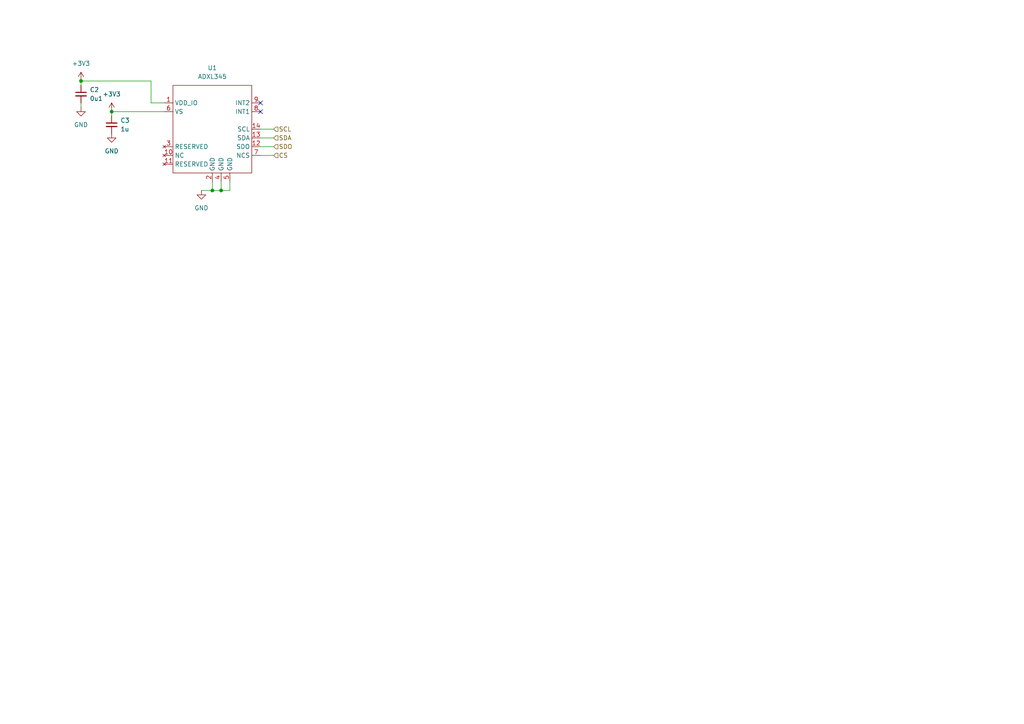
<source format=kicad_sch>
(kicad_sch (version 20211123) (generator eeschema)

  (uuid cac08d6a-23b3-472f-b37a-095d745eab39)

  (paper "A4")

  (lib_symbols
    (symbol "+3V3_1" (power) (pin_names (offset 0)) (in_bom yes) (on_board yes)
      (property "Reference" "#PWR" (id 0) (at 0 -3.81 0)
        (effects (font (size 1.27 1.27)) hide)
      )
      (property "Value" "+3V3_1" (id 1) (at 0 3.556 0)
        (effects (font (size 1.27 1.27)))
      )
      (property "Footprint" "" (id 2) (at 0 0 0)
        (effects (font (size 1.27 1.27)) hide)
      )
      (property "Datasheet" "" (id 3) (at 0 0 0)
        (effects (font (size 1.27 1.27)) hide)
      )
      (property "ki_keywords" "global power" (id 4) (at 0 0 0)
        (effects (font (size 1.27 1.27)) hide)
      )
      (property "ki_description" "Power symbol creates a global label with name \"+3V3\"" (id 5) (at 0 0 0)
        (effects (font (size 1.27 1.27)) hide)
      )
      (symbol "+3V3_1_0_1"
        (polyline
          (pts
            (xy -0.762 1.27)
            (xy 0 2.54)
          )
          (stroke (width 0) (type default) (color 0 0 0 0))
          (fill (type none))
        )
        (polyline
          (pts
            (xy 0 0)
            (xy 0 2.54)
          )
          (stroke (width 0) (type default) (color 0 0 0 0))
          (fill (type none))
        )
        (polyline
          (pts
            (xy 0 2.54)
            (xy 0.762 1.27)
          )
          (stroke (width 0) (type default) (color 0 0 0 0))
          (fill (type none))
        )
      )
      (symbol "+3V3_1_1_1"
        (pin power_in line (at 0 0 90) (length 0) hide
          (name "+3V3" (effects (font (size 1.27 1.27))))
          (number "1" (effects (font (size 1.27 1.27))))
        )
      )
    )
    (symbol "Custom:ADXL345" (in_bom yes) (on_board yes)
      (property "Reference" "U" (id 0) (at 0 0 0)
        (effects (font (size 1.27 1.27)))
      )
      (property "Value" "ADXL345" (id 1) (at 0 -2.54 0)
        (effects (font (size 1.27 1.27)))
      )
      (property "Footprint" "Package_LGA:LGA-14_3x5mm_P0.8mm_LayoutBorder1x6y" (id 2) (at 0 0 0)
        (effects (font (size 1.27 1.27)) hide)
      )
      (property "Datasheet" "" (id 3) (at 0 0 0)
        (effects (font (size 1.27 1.27)) hide)
      )
      (symbol "ADXL345_0_1"
        (rectangle (start -11.43 -3.81) (end 11.43 -29.21)
          (stroke (width 0) (type default) (color 0 0 0 0))
          (fill (type none))
        )
      )
      (symbol "ADXL345_1_1"
        (pin power_in line (at -13.97 -8.89 0) (length 2.54)
          (name "VDD_IO" (effects (font (size 1.27 1.27))))
          (number "1" (effects (font (size 1.27 1.27))))
        )
        (pin no_connect line (at -13.97 -24.13 0) (length 2.54)
          (name "NC" (effects (font (size 1.27 1.27))))
          (number "10" (effects (font (size 1.27 1.27))))
        )
        (pin no_connect line (at -13.97 -26.67 0) (length 2.54)
          (name "RESERVED" (effects (font (size 1.27 1.27))))
          (number "11" (effects (font (size 1.27 1.27))))
        )
        (pin output line (at 13.97 -21.59 180) (length 2.54)
          (name "SDO" (effects (font (size 1.27 1.27))))
          (number "12" (effects (font (size 1.27 1.27))))
        )
        (pin bidirectional line (at 13.97 -19.05 180) (length 2.54)
          (name "SDA" (effects (font (size 1.27 1.27))))
          (number "13" (effects (font (size 1.27 1.27))))
        )
        (pin bidirectional line (at 13.97 -16.51 180) (length 2.54)
          (name "SCL" (effects (font (size 1.27 1.27))))
          (number "14" (effects (font (size 1.27 1.27))))
        )
        (pin power_in line (at 0 -31.75 90) (length 2.54)
          (name "GND" (effects (font (size 1.27 1.27))))
          (number "2" (effects (font (size 1.27 1.27))))
        )
        (pin no_connect line (at -13.97 -21.59 0) (length 2.54)
          (name "RESERVED" (effects (font (size 1.27 1.27))))
          (number "3" (effects (font (size 1.27 1.27))))
        )
        (pin power_in line (at 2.54 -31.75 90) (length 2.54)
          (name "GND" (effects (font (size 1.27 1.27))))
          (number "4" (effects (font (size 1.27 1.27))))
        )
        (pin power_in line (at 5.08 -31.75 90) (length 2.54)
          (name "GND" (effects (font (size 1.27 1.27))))
          (number "5" (effects (font (size 1.27 1.27))))
        )
        (pin power_in line (at -13.97 -11.43 0) (length 2.54)
          (name "VS" (effects (font (size 1.27 1.27))))
          (number "6" (effects (font (size 1.27 1.27))))
        )
        (pin input line (at 13.97 -24.13 180) (length 2.54)
          (name "NCS" (effects (font (size 1.27 1.27))))
          (number "7" (effects (font (size 1.27 1.27))))
        )
        (pin output line (at 13.97 -11.43 180) (length 2.54)
          (name "INT1" (effects (font (size 1.27 1.27))))
          (number "8" (effects (font (size 1.27 1.27))))
        )
        (pin output line (at 13.97 -8.89 180) (length 2.54)
          (name "INT2" (effects (font (size 1.27 1.27))))
          (number "9" (effects (font (size 1.27 1.27))))
        )
      )
    )
    (symbol "Device:C_Small" (pin_numbers hide) (pin_names (offset 0.254) hide) (in_bom yes) (on_board yes)
      (property "Reference" "C" (id 0) (at 0.254 1.778 0)
        (effects (font (size 1.27 1.27)) (justify left))
      )
      (property "Value" "C_Small" (id 1) (at 0.254 -2.032 0)
        (effects (font (size 1.27 1.27)) (justify left))
      )
      (property "Footprint" "" (id 2) (at 0 0 0)
        (effects (font (size 1.27 1.27)) hide)
      )
      (property "Datasheet" "~" (id 3) (at 0 0 0)
        (effects (font (size 1.27 1.27)) hide)
      )
      (property "ki_keywords" "capacitor cap" (id 4) (at 0 0 0)
        (effects (font (size 1.27 1.27)) hide)
      )
      (property "ki_description" "Unpolarized capacitor, small symbol" (id 5) (at 0 0 0)
        (effects (font (size 1.27 1.27)) hide)
      )
      (property "ki_fp_filters" "C_*" (id 6) (at 0 0 0)
        (effects (font (size 1.27 1.27)) hide)
      )
      (symbol "C_Small_0_1"
        (polyline
          (pts
            (xy -1.524 -0.508)
            (xy 1.524 -0.508)
          )
          (stroke (width 0.3302) (type default) (color 0 0 0 0))
          (fill (type none))
        )
        (polyline
          (pts
            (xy -1.524 0.508)
            (xy 1.524 0.508)
          )
          (stroke (width 0.3048) (type default) (color 0 0 0 0))
          (fill (type none))
        )
      )
      (symbol "C_Small_1_1"
        (pin passive line (at 0 2.54 270) (length 2.032)
          (name "~" (effects (font (size 1.27 1.27))))
          (number "1" (effects (font (size 1.27 1.27))))
        )
        (pin passive line (at 0 -2.54 90) (length 2.032)
          (name "~" (effects (font (size 1.27 1.27))))
          (number "2" (effects (font (size 1.27 1.27))))
        )
      )
    )
    (symbol "GND_1" (power) (pin_names (offset 0)) (in_bom yes) (on_board yes)
      (property "Reference" "#PWR" (id 0) (at 0 -6.35 0)
        (effects (font (size 1.27 1.27)) hide)
      )
      (property "Value" "GND_1" (id 1) (at 0 -3.81 0)
        (effects (font (size 1.27 1.27)))
      )
      (property "Footprint" "" (id 2) (at 0 0 0)
        (effects (font (size 1.27 1.27)) hide)
      )
      (property "Datasheet" "" (id 3) (at 0 0 0)
        (effects (font (size 1.27 1.27)) hide)
      )
      (property "ki_keywords" "global power" (id 4) (at 0 0 0)
        (effects (font (size 1.27 1.27)) hide)
      )
      (property "ki_description" "Power symbol creates a global label with name \"GND\" , ground" (id 5) (at 0 0 0)
        (effects (font (size 1.27 1.27)) hide)
      )
      (symbol "GND_1_0_1"
        (polyline
          (pts
            (xy 0 0)
            (xy 0 -1.27)
            (xy 1.27 -1.27)
            (xy 0 -2.54)
            (xy -1.27 -1.27)
            (xy 0 -1.27)
          )
          (stroke (width 0) (type default) (color 0 0 0 0))
          (fill (type none))
        )
      )
      (symbol "GND_1_1_1"
        (pin power_in line (at 0 0 270) (length 0) hide
          (name "GND" (effects (font (size 1.27 1.27))))
          (number "1" (effects (font (size 1.27 1.27))))
        )
      )
    )
  )

  (junction (at 64.135 55.245) (diameter 0) (color 0 0 0 0)
    (uuid 3542b597-6092-4ae7-bb9a-929b97021730)
  )
  (junction (at 23.495 23.495) (diameter 0) (color 0 0 0 0)
    (uuid 5f3f0d6e-5241-412d-b39d-5fbc55193589)
  )
  (junction (at 61.595 55.245) (diameter 0) (color 0 0 0 0)
    (uuid 5fc44950-5aba-41c2-9b76-2fd065c20c56)
  )
  (junction (at 32.385 32.385) (diameter 0) (color 0 0 0 0)
    (uuid abfa5a00-f5a9-4292-9aed-797513b1abe7)
  )

  (no_connect (at 75.565 29.845) (uuid b0e7d6ab-85a2-44cd-beca-123701e6a8e0))
  (no_connect (at 75.565 32.385) (uuid d520329c-1526-41f8-9af7-42fe15731389))

  (wire (pts (xy 43.815 23.495) (xy 23.495 23.495))
    (stroke (width 0) (type default) (color 0 0 0 0))
    (uuid 2058ab1a-6888-4703-a0a5-c88073a5c635)
  )
  (wire (pts (xy 61.595 52.705) (xy 61.595 55.245))
    (stroke (width 0) (type default) (color 0 0 0 0))
    (uuid 324dcdfe-0d25-484d-8871-fae0e250571c)
  )
  (wire (pts (xy 32.385 32.385) (xy 47.625 32.385))
    (stroke (width 0) (type default) (color 0 0 0 0))
    (uuid 38a68706-cd40-4338-80bd-c289778ab8fc)
  )
  (wire (pts (xy 75.565 40.005) (xy 79.375 40.005))
    (stroke (width 0) (type default) (color 0 0 0 0))
    (uuid 3ded549f-8f83-4c22-8ce6-e0b6bfad8ec3)
  )
  (wire (pts (xy 23.495 29.845) (xy 23.495 31.115))
    (stroke (width 0) (type default) (color 0 0 0 0))
    (uuid 453b6ba1-12cb-40a3-b72b-6cb653ba6270)
  )
  (wire (pts (xy 66.675 55.245) (xy 66.675 52.705))
    (stroke (width 0) (type default) (color 0 0 0 0))
    (uuid 4810ac2a-bddf-4386-8d0a-2fe7cb84840b)
  )
  (wire (pts (xy 61.595 55.245) (xy 64.135 55.245))
    (stroke (width 0) (type default) (color 0 0 0 0))
    (uuid 8b8e992d-09b9-4d21-89cd-ac71a84a5a0c)
  )
  (wire (pts (xy 75.565 45.085) (xy 79.375 45.085))
    (stroke (width 0) (type default) (color 0 0 0 0))
    (uuid 8d3adde5-27bb-4546-9cd4-ff256d0a0e05)
  )
  (wire (pts (xy 47.625 29.845) (xy 43.815 29.845))
    (stroke (width 0) (type default) (color 0 0 0 0))
    (uuid 8df4881e-43b1-42f4-8377-cce40252dc32)
  )
  (wire (pts (xy 75.565 37.465) (xy 79.375 37.465))
    (stroke (width 0) (type default) (color 0 0 0 0))
    (uuid 9328dde0-b9f8-4819-9ac1-957bb8558140)
  )
  (wire (pts (xy 64.135 55.245) (xy 66.675 55.245))
    (stroke (width 0) (type default) (color 0 0 0 0))
    (uuid 944bef57-c8f0-4ebc-8e9c-696999face6b)
  )
  (wire (pts (xy 75.565 42.545) (xy 79.375 42.545))
    (stroke (width 0) (type default) (color 0 0 0 0))
    (uuid 95ac4a43-3fdb-4675-85be-0c8504a0d78c)
  )
  (wire (pts (xy 23.495 23.495) (xy 23.495 24.765))
    (stroke (width 0) (type default) (color 0 0 0 0))
    (uuid 9de0bdfd-b056-4597-9518-59190465c293)
  )
  (wire (pts (xy 64.135 52.705) (xy 64.135 55.245))
    (stroke (width 0) (type default) (color 0 0 0 0))
    (uuid c3bf1d22-8a74-47a4-9381-d7255627a9ba)
  )
  (wire (pts (xy 32.385 33.655) (xy 32.385 32.385))
    (stroke (width 0) (type default) (color 0 0 0 0))
    (uuid cedec9c7-1d87-4150-b8ff-edb85a4dfdad)
  )
  (wire (pts (xy 58.42 55.245) (xy 61.595 55.245))
    (stroke (width 0) (type default) (color 0 0 0 0))
    (uuid d35d2803-646f-4b19-a8cd-3d3fe55e041e)
  )
  (wire (pts (xy 43.815 29.845) (xy 43.815 23.495))
    (stroke (width 0) (type default) (color 0 0 0 0))
    (uuid d4ed4177-de56-4e63-b8d1-701fbe97558e)
  )

  (hierarchical_label "SCL" (shape input) (at 79.375 37.465 0)
    (effects (font (size 1.27 1.27)) (justify left))
    (uuid 11d4b453-a4dc-4e7a-936f-f7fe59986db5)
  )
  (hierarchical_label "SDA" (shape input) (at 79.375 40.005 0)
    (effects (font (size 1.27 1.27)) (justify left))
    (uuid 41baaf01-2071-4093-999c-d6e6bc779f9d)
  )
  (hierarchical_label "CS" (shape input) (at 79.375 45.085 0)
    (effects (font (size 1.27 1.27)) (justify left))
    (uuid 8275881e-4840-4ea0-ae42-92f7a9d755e4)
  )
  (hierarchical_label "SDO" (shape input) (at 79.375 42.545 0)
    (effects (font (size 1.27 1.27)) (justify left))
    (uuid b9cf381d-14f1-462d-82d6-2aaa868eee65)
  )

  (symbol (lib_id "Device:C_Small") (at 32.385 36.195 0) (unit 1)
    (in_bom yes) (on_board yes) (fields_autoplaced)
    (uuid 0be6ee9a-d6a8-4b67-8a2f-577ba4dd9285)
    (property "Reference" "C3" (id 0) (at 34.925 34.9312 0)
      (effects (font (size 1.27 1.27)) (justify left))
    )
    (property "Value" "1u" (id 1) (at 34.925 37.4712 0)
      (effects (font (size 1.27 1.27)) (justify left))
    )
    (property "Footprint" "Capacitor_SMD:C_0603_1608Metric_Pad1.08x0.95mm_HandSolder" (id 2) (at 32.385 36.195 0)
      (effects (font (size 1.27 1.27)) hide)
    )
    (property "Datasheet" "~" (id 3) (at 32.385 36.195 0)
      (effects (font (size 1.27 1.27)) hide)
    )
    (pin "1" (uuid 196b5fad-e3a0-43e2-b986-54049733e7f7))
    (pin "2" (uuid 4a42bc23-d981-4cfd-92c1-bb25aa27f332))
  )

  (symbol (lib_id "Device:C_Small") (at 23.495 27.305 0) (unit 1)
    (in_bom yes) (on_board yes) (fields_autoplaced)
    (uuid 26958e11-cbbd-4d15-9f4f-f55b47d54176)
    (property "Reference" "C2" (id 0) (at 26.035 26.0412 0)
      (effects (font (size 1.27 1.27)) (justify left))
    )
    (property "Value" "0u1" (id 1) (at 26.035 28.5812 0)
      (effects (font (size 1.27 1.27)) (justify left))
    )
    (property "Footprint" "Capacitor_SMD:C_0603_1608Metric_Pad1.08x0.95mm_HandSolder" (id 2) (at 23.495 27.305 0)
      (effects (font (size 1.27 1.27)) hide)
    )
    (property "Datasheet" "~" (id 3) (at 23.495 27.305 0)
      (effects (font (size 1.27 1.27)) hide)
    )
    (pin "1" (uuid d8c977ae-10af-4992-828d-15120e294c3d))
    (pin "2" (uuid f55225cc-86d0-41af-b775-7a85f41d1145))
  )

  (symbol (lib_name "GND_1") (lib_id "power:GND") (at 58.42 55.245 0) (unit 1)
    (in_bom yes) (on_board yes) (fields_autoplaced)
    (uuid 480b4cc2-0478-40c3-bbd2-f92a4e2137d5)
    (property "Reference" "#PWR0124" (id 0) (at 58.42 61.595 0)
      (effects (font (size 1.27 1.27)) hide)
    )
    (property "Value" "GND" (id 1) (at 58.42 60.325 0))
    (property "Footprint" "" (id 2) (at 58.42 55.245 0)
      (effects (font (size 1.27 1.27)) hide)
    )
    (property "Datasheet" "" (id 3) (at 58.42 55.245 0)
      (effects (font (size 1.27 1.27)) hide)
    )
    (pin "1" (uuid 6c8fd479-63e8-4aea-871f-7e7e12fbea69))
  )

  (symbol (lib_name "+3V3_1") (lib_id "power:+3V3") (at 32.385 32.385 0) (unit 1)
    (in_bom yes) (on_board yes) (fields_autoplaced)
    (uuid 6da1b40f-5924-4c3d-b648-3ac253fbabe3)
    (property "Reference" "#PWR0113" (id 0) (at 32.385 36.195 0)
      (effects (font (size 1.27 1.27)) hide)
    )
    (property "Value" "+3V3" (id 1) (at 32.385 27.305 0))
    (property "Footprint" "" (id 2) (at 32.385 32.385 0)
      (effects (font (size 1.27 1.27)) hide)
    )
    (property "Datasheet" "" (id 3) (at 32.385 32.385 0)
      (effects (font (size 1.27 1.27)) hide)
    )
    (pin "1" (uuid 22373430-acf6-4693-87f2-1b6da79ce59c))
  )

  (symbol (lib_name "+3V3_1") (lib_id "power:+3V3") (at 23.495 23.495 0) (unit 1)
    (in_bom yes) (on_board yes) (fields_autoplaced)
    (uuid 7f82d94c-eca6-4250-b32c-1241b998841e)
    (property "Reference" "#PWR0125" (id 0) (at 23.495 27.305 0)
      (effects (font (size 1.27 1.27)) hide)
    )
    (property "Value" "+3V3" (id 1) (at 23.495 18.415 0))
    (property "Footprint" "" (id 2) (at 23.495 23.495 0)
      (effects (font (size 1.27 1.27)) hide)
    )
    (property "Datasheet" "" (id 3) (at 23.495 23.495 0)
      (effects (font (size 1.27 1.27)) hide)
    )
    (pin "1" (uuid e0b5c394-83ef-479f-9a1f-d9d5ae6b894c))
  )

  (symbol (lib_name "GND_1") (lib_id "power:GND") (at 23.495 31.115 0) (unit 1)
    (in_bom yes) (on_board yes) (fields_autoplaced)
    (uuid b059c10c-3136-4374-8211-bfa091164f9b)
    (property "Reference" "#PWR0123" (id 0) (at 23.495 37.465 0)
      (effects (font (size 1.27 1.27)) hide)
    )
    (property "Value" "GND" (id 1) (at 23.495 36.195 0))
    (property "Footprint" "" (id 2) (at 23.495 31.115 0)
      (effects (font (size 1.27 1.27)) hide)
    )
    (property "Datasheet" "" (id 3) (at 23.495 31.115 0)
      (effects (font (size 1.27 1.27)) hide)
    )
    (pin "1" (uuid cb71640c-6172-4b01-9a70-3fd7ab046984))
  )

  (symbol (lib_id "Custom:ADXL345") (at 61.595 20.955 0) (unit 1)
    (in_bom yes) (on_board yes) (fields_autoplaced)
    (uuid cbfe3ea5-ce0c-4fdf-81ff-4d19944b7867)
    (property "Reference" "U1" (id 0) (at 61.595 19.685 0))
    (property "Value" "ADXL345" (id 1) (at 61.595 22.225 0))
    (property "Footprint" "Package_LGA:LGA-14_3x5mm_P0.8mm_LayoutBorder1x6y" (id 2) (at 61.595 20.955 0)
      (effects (font (size 1.27 1.27)) hide)
    )
    (property "Datasheet" "" (id 3) (at 61.595 20.955 0)
      (effects (font (size 1.27 1.27)) hide)
    )
    (pin "1" (uuid 41746190-99c7-43db-859a-f6fe59880b20))
    (pin "10" (uuid df63e587-b395-4cc8-b377-331e2b06a398))
    (pin "11" (uuid df2515cc-63d3-4754-b212-8fe699ddbbbd))
    (pin "12" (uuid 85e5c961-f382-4128-8f0e-05b7ab884108))
    (pin "13" (uuid 0ce034bd-2cdd-44f1-a3c0-9cbe7c109954))
    (pin "14" (uuid b5daf14d-32cd-4c8e-a7bc-1a890e7e9165))
    (pin "2" (uuid f1bc4137-ef7c-4bbd-9f65-37a82497697b))
    (pin "3" (uuid 65e892e6-7e7c-40a5-a9cb-1973bbe4de91))
    (pin "4" (uuid a5eb8fe1-1221-4098-9022-995791f2a301))
    (pin "5" (uuid ac61a607-e940-41ba-9676-a88a47a88739))
    (pin "6" (uuid 8fd1b29f-b9f5-4472-918e-fdb3dd341a3e))
    (pin "7" (uuid f074cb1c-c1ec-420c-84e6-18cf90a6222c))
    (pin "8" (uuid e60e7290-ff20-44c3-8b1f-2c8c4c334f13))
    (pin "9" (uuid f7eaca21-7a34-4ebe-8165-9b29d8c629c4))
  )

  (symbol (lib_name "GND_1") (lib_id "power:GND") (at 32.385 38.735 0) (unit 1)
    (in_bom yes) (on_board yes) (fields_autoplaced)
    (uuid de6dc60b-c96b-40c3-8129-5cdac1d99264)
    (property "Reference" "#PWR0122" (id 0) (at 32.385 45.085 0)
      (effects (font (size 1.27 1.27)) hide)
    )
    (property "Value" "GND" (id 1) (at 32.385 43.815 0))
    (property "Footprint" "" (id 2) (at 32.385 38.735 0)
      (effects (font (size 1.27 1.27)) hide)
    )
    (property "Datasheet" "" (id 3) (at 32.385 38.735 0)
      (effects (font (size 1.27 1.27)) hide)
    )
    (pin "1" (uuid 83ea4d0b-7539-4f52-9692-44e535094eb4))
  )
)

</source>
